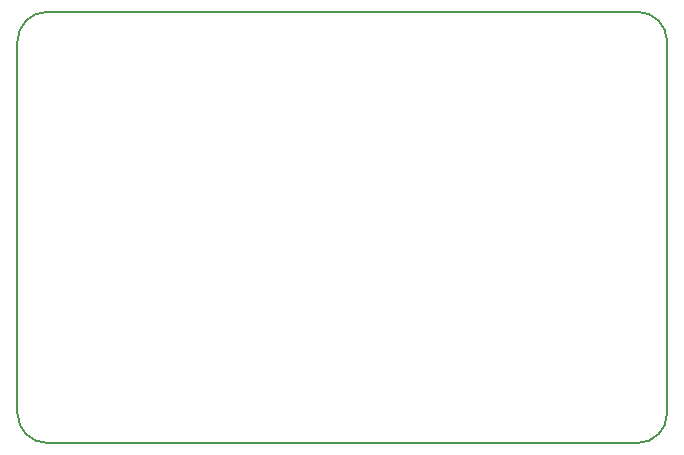
<source format=gbr>
G04 #@! TF.FileFunction,Other,User*
%FSLAX46Y46*%
G04 Gerber Fmt 4.6, Leading zero omitted, Abs format (unit mm)*
G04 Created by KiCad (PCBNEW 4.0.5) date 07/09/17 13:00:44*
%MOMM*%
%LPD*%
G01*
G04 APERTURE LIST*
%ADD10C,0.100000*%
%ADD11C,0.200000*%
G04 APERTURE END LIST*
D10*
D11*
X222500000Y-87500000D02*
X172500000Y-87500000D01*
X225000000Y-90000000D02*
G75*
G03X222500000Y-87500000I-2500000J0D01*
G01*
X172500000Y-87500000D02*
G75*
G03X170000000Y-90000000I0J-2500000D01*
G01*
X170000000Y-121500000D02*
G75*
G03X172500000Y-124000000I2500000J0D01*
G01*
X222500000Y-124000000D02*
G75*
G03X225000000Y-121500000I0J2500000D01*
G01*
X225000000Y-90000000D02*
X225000000Y-121500000D01*
X172500000Y-124000000D02*
X222500000Y-124000000D01*
X170000000Y-90000000D02*
X170000000Y-121500000D01*
M02*

</source>
